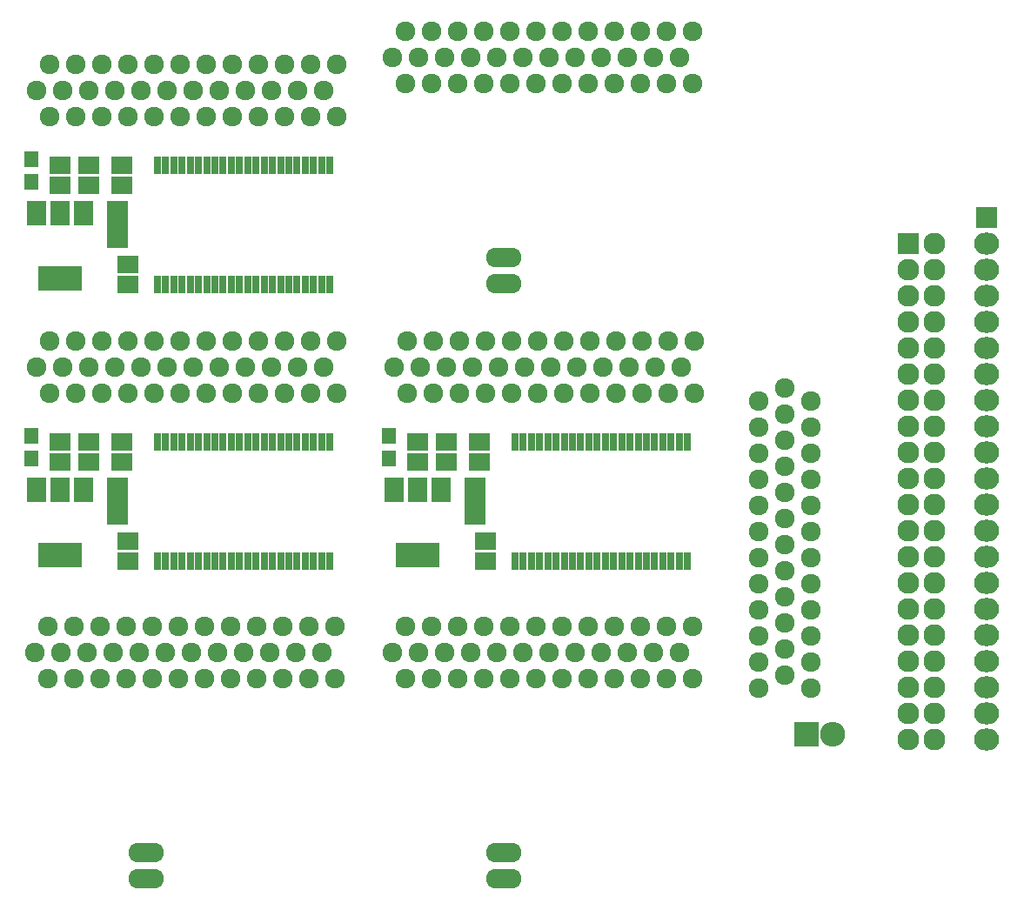
<source format=gts>
G04 #@! TF.FileFunction,Soldermask,Top*
%FSLAX46Y46*%
G04 Gerber Fmt 4.6, Leading zero omitted, Abs format (unit mm)*
G04 Created by KiCad (PCBNEW 4.0.2+dfsg1-2~bpo8+1-stable) date sáb 17 dic 2016 00:12:25 CET*
%MOMM*%
G01*
G04 APERTURE LIST*
%ADD10C,0.100000*%
%ADD11C,1.924000*%
%ADD12O,3.448000X1.924000*%
%ADD13R,2.000200X1.568400*%
%ADD14R,0.720000X1.700000*%
%ADD15R,2.000000X1.700000*%
%ADD16R,1.400000X1.600000*%
%ADD17R,1.898600X2.406600*%
%ADD18R,4.210000X2.406600*%
%ADD19R,2.127200X2.127200*%
%ADD20O,2.127200X2.127200*%
%ADD21O,2.432000X2.127200*%
%ADD22R,2.432000X2.432000*%
%ADD23O,2.432000X2.432000*%
G04 APERTURE END LIST*
D10*
D11*
X96123600Y-79327475D03*
X98663600Y-79327475D03*
X101203600Y-79327475D03*
X103743600Y-79327475D03*
X106283600Y-79327475D03*
X108823600Y-79327475D03*
X111363600Y-79327475D03*
X113903600Y-79327475D03*
X116443600Y-79327475D03*
X118983600Y-79327475D03*
X121523600Y-79327475D03*
X124063600Y-79327475D03*
X94853600Y-76787475D03*
X97393600Y-76787475D03*
X99933600Y-76787475D03*
X102473600Y-76787475D03*
X105013600Y-76787475D03*
X107553600Y-76787475D03*
X110093600Y-76787475D03*
X112633600Y-76787475D03*
X115173600Y-76787475D03*
X117713600Y-76787475D03*
X120253600Y-76787475D03*
X122793600Y-76787475D03*
X96123600Y-74247475D03*
X98663600Y-74247475D03*
X101203600Y-74247475D03*
X103743600Y-74247475D03*
X106283600Y-74247475D03*
X108823600Y-74247475D03*
X111363600Y-74247475D03*
X113903600Y-74247475D03*
X116443600Y-74247475D03*
X118983600Y-74247475D03*
X121523600Y-74247475D03*
X124063600Y-74247475D03*
D12*
X105648600Y-96234350D03*
X105648600Y-98774350D03*
D13*
X68056600Y-94551600D03*
X68056600Y-93027600D03*
X68056600Y-91503600D03*
D14*
X71975600Y-98891100D03*
X72775600Y-98891100D03*
X73575600Y-98891100D03*
X74375600Y-98891100D03*
X75175600Y-98891100D03*
X75975600Y-98891100D03*
X76775600Y-98891100D03*
X77575600Y-98891100D03*
X78375600Y-98891100D03*
X79175600Y-98891100D03*
X79975600Y-98891100D03*
X80775600Y-98891100D03*
X81575600Y-98891100D03*
X82375600Y-98891100D03*
X83175600Y-98891100D03*
X83975600Y-98891100D03*
X84775600Y-98891100D03*
X85575600Y-98891100D03*
X86375600Y-98891100D03*
X87175600Y-98891100D03*
X87975600Y-98891100D03*
X88775600Y-98891100D03*
X88775600Y-87291100D03*
X87975600Y-87291100D03*
X87175600Y-87291100D03*
X86375600Y-87291100D03*
X85575600Y-87291100D03*
X84775600Y-87291100D03*
X83975600Y-87291100D03*
X83175600Y-87291100D03*
X82375600Y-87291100D03*
X81575600Y-87291100D03*
X80775600Y-87291100D03*
X79975600Y-87291100D03*
X79175600Y-87291100D03*
X78375600Y-87291100D03*
X77575600Y-87291100D03*
X76775600Y-87291100D03*
X75975600Y-87291100D03*
X75175600Y-87291100D03*
X74375600Y-87291100D03*
X73575600Y-87291100D03*
X72775600Y-87291100D03*
X71975600Y-87291100D03*
D11*
X61516100Y-82550100D03*
X64056100Y-82550100D03*
X66596100Y-82550100D03*
X69136100Y-82550100D03*
X71676100Y-82550100D03*
X74216100Y-82550100D03*
X76756100Y-82550100D03*
X79296100Y-82550100D03*
X81836100Y-82550100D03*
X84376100Y-82550100D03*
X86916100Y-82550100D03*
X89456100Y-82550100D03*
X60246100Y-80010100D03*
X62786100Y-80010100D03*
X65326100Y-80010100D03*
X67866100Y-80010100D03*
X70406100Y-80010100D03*
X72946100Y-80010100D03*
X75486100Y-80010100D03*
X78026100Y-80010100D03*
X80566100Y-80010100D03*
X83106100Y-80010100D03*
X85646100Y-80010100D03*
X88186100Y-80010100D03*
X61516100Y-77470100D03*
X64056100Y-77470100D03*
X66596100Y-77470100D03*
X69136100Y-77470100D03*
X71676100Y-77470100D03*
X74216100Y-77470100D03*
X76756100Y-77470100D03*
X79296100Y-77470100D03*
X81836100Y-77470100D03*
X84376100Y-77470100D03*
X86916100Y-77470100D03*
X89456100Y-77470100D03*
D15*
X69136100Y-98917100D03*
X69136100Y-96917100D03*
D16*
X59738100Y-86657100D03*
X59738100Y-88857100D03*
D15*
X65326100Y-87265100D03*
X65326100Y-89265100D03*
X62532100Y-87265100D03*
X62532100Y-89265100D03*
D17*
X64792700Y-91973500D03*
X62506700Y-91973500D03*
X60220700Y-91973500D03*
D18*
X62532100Y-98272700D03*
D15*
X68501100Y-89265100D03*
X68501100Y-87265100D03*
D12*
X105648600Y-154146350D03*
X105648600Y-156686350D03*
D11*
X96123600Y-132159475D03*
X98663600Y-132159475D03*
X101203600Y-132159475D03*
X103743600Y-132159475D03*
X106283600Y-132159475D03*
X108823600Y-132159475D03*
X111363600Y-132159475D03*
X113903600Y-132159475D03*
X116443600Y-132159475D03*
X118983600Y-132159475D03*
X121523600Y-132159475D03*
X124063600Y-132159475D03*
X94853600Y-134699475D03*
X97393600Y-134699475D03*
X99933600Y-134699475D03*
X102473600Y-134699475D03*
X105013600Y-134699475D03*
X107553600Y-134699475D03*
X110093600Y-134699475D03*
X112633600Y-134699475D03*
X115173600Y-134699475D03*
X117713600Y-134699475D03*
X120253600Y-134699475D03*
X122793600Y-134699475D03*
X96123600Y-137239475D03*
X98663600Y-137239475D03*
X101203600Y-137239475D03*
X103743600Y-137239475D03*
X106283600Y-137239475D03*
X108823600Y-137239475D03*
X111363600Y-137239475D03*
X113903600Y-137239475D03*
X116443600Y-137239475D03*
X118983600Y-137239475D03*
X121523600Y-137239475D03*
X124063600Y-137239475D03*
D13*
X102854600Y-121475600D03*
X102854600Y-119951600D03*
X102854600Y-118427600D03*
D14*
X106773600Y-125815100D03*
X107573600Y-125815100D03*
X108373600Y-125815100D03*
X109173600Y-125815100D03*
X109973600Y-125815100D03*
X110773600Y-125815100D03*
X111573600Y-125815100D03*
X112373600Y-125815100D03*
X113173600Y-125815100D03*
X113973600Y-125815100D03*
X114773600Y-125815100D03*
X115573600Y-125815100D03*
X116373600Y-125815100D03*
X117173600Y-125815100D03*
X117973600Y-125815100D03*
X118773600Y-125815100D03*
X119573600Y-125815100D03*
X120373600Y-125815100D03*
X121173600Y-125815100D03*
X121973600Y-125815100D03*
X122773600Y-125815100D03*
X123573600Y-125815100D03*
X123573600Y-114215100D03*
X122773600Y-114215100D03*
X121973600Y-114215100D03*
X121173600Y-114215100D03*
X120373600Y-114215100D03*
X119573600Y-114215100D03*
X118773600Y-114215100D03*
X117973600Y-114215100D03*
X117173600Y-114215100D03*
X116373600Y-114215100D03*
X115573600Y-114215100D03*
X114773600Y-114215100D03*
X113973600Y-114215100D03*
X113173600Y-114215100D03*
X112373600Y-114215100D03*
X111573600Y-114215100D03*
X110773600Y-114215100D03*
X109973600Y-114215100D03*
X109173600Y-114215100D03*
X108373600Y-114215100D03*
X107573600Y-114215100D03*
X106773600Y-114215100D03*
D11*
X96314100Y-109474100D03*
X98854100Y-109474100D03*
X101394100Y-109474100D03*
X103934100Y-109474100D03*
X106474100Y-109474100D03*
X109014100Y-109474100D03*
X111554100Y-109474100D03*
X114094100Y-109474100D03*
X116634100Y-109474100D03*
X119174100Y-109474100D03*
X121714100Y-109474100D03*
X124254100Y-109474100D03*
X95044100Y-106934100D03*
X97584100Y-106934100D03*
X100124100Y-106934100D03*
X102664100Y-106934100D03*
X105204100Y-106934100D03*
X107744100Y-106934100D03*
X110284100Y-106934100D03*
X112824100Y-106934100D03*
X115364100Y-106934100D03*
X117904100Y-106934100D03*
X120444100Y-106934100D03*
X122984100Y-106934100D03*
X96314100Y-104394100D03*
X98854100Y-104394100D03*
X101394100Y-104394100D03*
X103934100Y-104394100D03*
X106474100Y-104394100D03*
X109014100Y-104394100D03*
X111554100Y-104394100D03*
X114094100Y-104394100D03*
X116634100Y-104394100D03*
X119174100Y-104394100D03*
X121714100Y-104394100D03*
X124254100Y-104394100D03*
D15*
X103934100Y-125841100D03*
X103934100Y-123841100D03*
D16*
X94536100Y-113581100D03*
X94536100Y-115781100D03*
D15*
X100124100Y-114189100D03*
X100124100Y-116189100D03*
X97330100Y-114189100D03*
X97330100Y-116189100D03*
D17*
X99590700Y-118897500D03*
X97304700Y-118897500D03*
X95018700Y-118897500D03*
D18*
X97330100Y-125196700D03*
D15*
X103299100Y-116189100D03*
X103299100Y-114189100D03*
D11*
X130479800Y-110236000D03*
X130479800Y-112776000D03*
X130479800Y-115316000D03*
X130479800Y-117856000D03*
X130479800Y-120396000D03*
X130479800Y-122936000D03*
X130479800Y-125476000D03*
X130479800Y-128016000D03*
X130479800Y-130556000D03*
X130479800Y-133096000D03*
X130479800Y-135636000D03*
X130479800Y-138176000D03*
X133019800Y-108966000D03*
X133019800Y-111506000D03*
X133019800Y-114046000D03*
X133019800Y-116586000D03*
X133019800Y-119126000D03*
X133019800Y-121666000D03*
X133019800Y-124206000D03*
X133019800Y-126746000D03*
X133019800Y-129286000D03*
X133019800Y-131826000D03*
X133019800Y-134366000D03*
X133019800Y-136906000D03*
D15*
X68501100Y-116189100D03*
X68501100Y-114189100D03*
D17*
X64792700Y-118897500D03*
X62506700Y-118897500D03*
X60220700Y-118897500D03*
D18*
X62532100Y-125196700D03*
D15*
X62532100Y-114189100D03*
X62532100Y-116189100D03*
X65326100Y-114189100D03*
X65326100Y-116189100D03*
D16*
X59738100Y-113581100D03*
X59738100Y-115781100D03*
D15*
X69136100Y-125841100D03*
X69136100Y-123841100D03*
D11*
X61516100Y-104394100D03*
X64056100Y-104394100D03*
X66596100Y-104394100D03*
X69136100Y-104394100D03*
X71676100Y-104394100D03*
X74216100Y-104394100D03*
X76756100Y-104394100D03*
X79296100Y-104394100D03*
X81836100Y-104394100D03*
X84376100Y-104394100D03*
X86916100Y-104394100D03*
X89456100Y-104394100D03*
X60246100Y-106934100D03*
X62786100Y-106934100D03*
X65326100Y-106934100D03*
X67866100Y-106934100D03*
X70406100Y-106934100D03*
X72946100Y-106934100D03*
X75486100Y-106934100D03*
X78026100Y-106934100D03*
X80566100Y-106934100D03*
X83106100Y-106934100D03*
X85646100Y-106934100D03*
X88186100Y-106934100D03*
X61516100Y-109474100D03*
X64056100Y-109474100D03*
X66596100Y-109474100D03*
X69136100Y-109474100D03*
X71676100Y-109474100D03*
X74216100Y-109474100D03*
X76756100Y-109474100D03*
X79296100Y-109474100D03*
X81836100Y-109474100D03*
X84376100Y-109474100D03*
X86916100Y-109474100D03*
X89456100Y-109474100D03*
D14*
X71975600Y-125815100D03*
X72775600Y-125815100D03*
X73575600Y-125815100D03*
X74375600Y-125815100D03*
X75175600Y-125815100D03*
X75975600Y-125815100D03*
X76775600Y-125815100D03*
X77575600Y-125815100D03*
X78375600Y-125815100D03*
X79175600Y-125815100D03*
X79975600Y-125815100D03*
X80775600Y-125815100D03*
X81575600Y-125815100D03*
X82375600Y-125815100D03*
X83175600Y-125815100D03*
X83975600Y-125815100D03*
X84775600Y-125815100D03*
X85575600Y-125815100D03*
X86375600Y-125815100D03*
X87175600Y-125815100D03*
X87975600Y-125815100D03*
X88775600Y-125815100D03*
X88775600Y-114215100D03*
X87975600Y-114215100D03*
X87175600Y-114215100D03*
X86375600Y-114215100D03*
X85575600Y-114215100D03*
X84775600Y-114215100D03*
X83975600Y-114215100D03*
X83175600Y-114215100D03*
X82375600Y-114215100D03*
X81575600Y-114215100D03*
X80775600Y-114215100D03*
X79975600Y-114215100D03*
X79175600Y-114215100D03*
X78375600Y-114215100D03*
X77575600Y-114215100D03*
X76775600Y-114215100D03*
X75975600Y-114215100D03*
X75175600Y-114215100D03*
X74375600Y-114215100D03*
X73575600Y-114215100D03*
X72775600Y-114215100D03*
X71975600Y-114215100D03*
D13*
X68056600Y-121475600D03*
X68056600Y-119951600D03*
X68056600Y-118427600D03*
D11*
X61325600Y-137239475D03*
X63865600Y-137239475D03*
X66405600Y-137239475D03*
X68945600Y-137239475D03*
X71485600Y-137239475D03*
X74025600Y-137239475D03*
X76565600Y-137239475D03*
X79105600Y-137239475D03*
X81645600Y-137239475D03*
X84185600Y-137239475D03*
X86725600Y-137239475D03*
X89265600Y-137239475D03*
X60055600Y-134699475D03*
X62595600Y-134699475D03*
X65135600Y-134699475D03*
X67675600Y-134699475D03*
X70215600Y-134699475D03*
X72755600Y-134699475D03*
X75295600Y-134699475D03*
X77835600Y-134699475D03*
X80375600Y-134699475D03*
X82915600Y-134699475D03*
X85455600Y-134699475D03*
X87995600Y-134699475D03*
X61325600Y-132159475D03*
X63865600Y-132159475D03*
X66405600Y-132159475D03*
X68945600Y-132159475D03*
X71485600Y-132159475D03*
X74025600Y-132159475D03*
X76565600Y-132159475D03*
X79105600Y-132159475D03*
X81645600Y-132159475D03*
X84185600Y-132159475D03*
X86725600Y-132159475D03*
X89265600Y-132159475D03*
D12*
X70850600Y-154146350D03*
X70850600Y-156686350D03*
D11*
X135559800Y-110236000D03*
X135559800Y-112776000D03*
X135559800Y-115316000D03*
X135559800Y-117856000D03*
X135559800Y-120396000D03*
X135559800Y-122936000D03*
X135559800Y-125476000D03*
X135559800Y-128016000D03*
X135559800Y-130556000D03*
X135559800Y-133096000D03*
X135559800Y-135636000D03*
X135559800Y-138176000D03*
D19*
X145084800Y-94869000D03*
D20*
X147624800Y-94869000D03*
X145084800Y-97409000D03*
X147624800Y-97409000D03*
X145084800Y-99949000D03*
X147624800Y-99949000D03*
X145084800Y-102489000D03*
X147624800Y-102489000D03*
X145084800Y-105029000D03*
X147624800Y-105029000D03*
X145084800Y-107569000D03*
X147624800Y-107569000D03*
X145084800Y-110109000D03*
X147624800Y-110109000D03*
X145084800Y-112649000D03*
X147624800Y-112649000D03*
X145084800Y-115189000D03*
X147624800Y-115189000D03*
X145084800Y-117729000D03*
X147624800Y-117729000D03*
X145084800Y-120269000D03*
X147624800Y-120269000D03*
X145084800Y-122809000D03*
X147624800Y-122809000D03*
X145084800Y-125349000D03*
X147624800Y-125349000D03*
X145084800Y-127889000D03*
X147624800Y-127889000D03*
X145084800Y-130429000D03*
X147624800Y-130429000D03*
X145084800Y-132969000D03*
X147624800Y-132969000D03*
X145084800Y-135509000D03*
X147624800Y-135509000D03*
X145084800Y-138049000D03*
X147624800Y-138049000D03*
X145084800Y-140589000D03*
X147624800Y-140589000D03*
X145084800Y-143129000D03*
X147624800Y-143129000D03*
D21*
X152704800Y-94869000D03*
X152704800Y-97409000D03*
X152704800Y-99949000D03*
X152704800Y-102489000D03*
X152704800Y-105029000D03*
X152704800Y-107569000D03*
X152704800Y-110109000D03*
X152704800Y-112649000D03*
X152704800Y-115189000D03*
X152704800Y-117729000D03*
X152704800Y-120269000D03*
X152704800Y-122809000D03*
X152704800Y-125349000D03*
X152704800Y-127889000D03*
X152704800Y-130429000D03*
X152704800Y-132969000D03*
X152704800Y-135509000D03*
X152704800Y-138049000D03*
X152704800Y-140589000D03*
X152704800Y-143129000D03*
D19*
X152704800Y-92329000D03*
D22*
X135178800Y-142621000D03*
D23*
X137718800Y-142621000D03*
M02*

</source>
